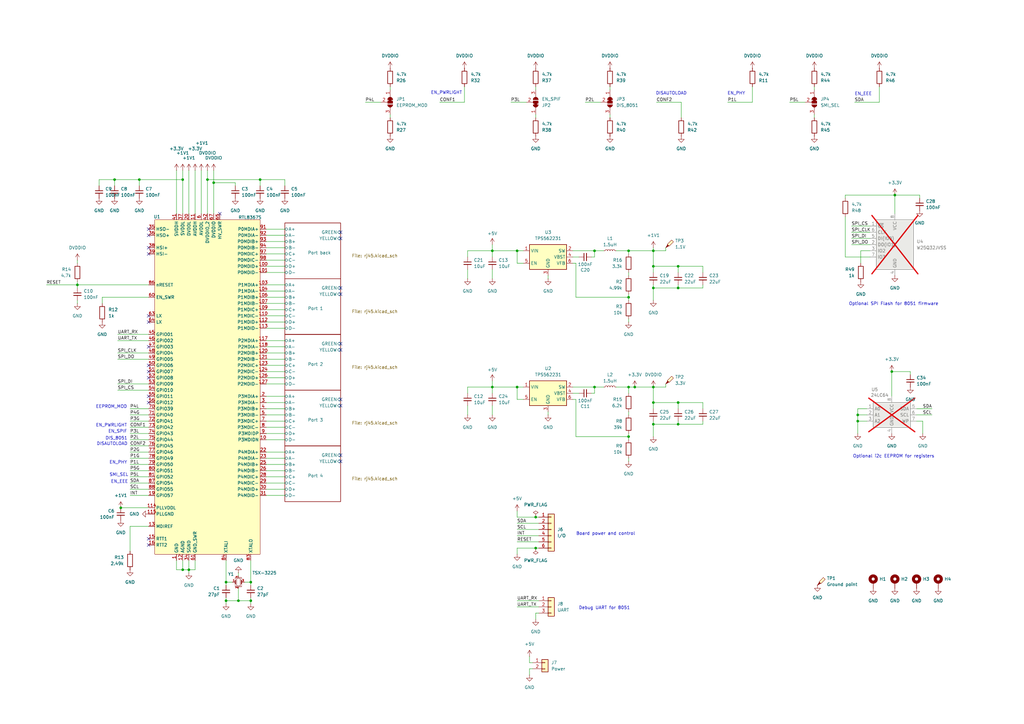
<source format=kicad_sch>
(kicad_sch (version 20231120) (generator "eeschema") (generator_version "8.0")
  (paper "A3")
  (title_block (title "5 Port gigabit switch") (rev "B") (comment 1 "MCU or Linux controllable over SMI"))
  (junction (at 367.03 80.01))
  (junction (at 85.09 73.66))
  (junction (at 278.13 173.99))
  (junction (at 212.09 158.75))
  (junction (at 257.81 158.75))
  (junction (at 201.93 102.87))
  (junction (at 92.71 246.38))
  (junction (at 267.97 102.87))
  (junction (at 267.97 173.99))
  (junction (at 219.71 212.09))
  (junction (at 46.99 73.66))
  (junction (at 74.93 233.68))
  (junction (at 87.63 74.93))
  (junction (at 351.79 172.72))
  (junction (at 77.47 233.68))
  (junction (at 102.87 246.38))
  (junction (at 102.87 238.76))
  (junction (at 260.35 158.75))
  (junction (at 267.97 165.1))
  (junction (at 365.76 152.4))
  (junction (at 257.81 179.07))
  (junction (at 267.97 158.75))
  (junction (at 243.84 158.75))
  (junction (at 97.79 246.38))
  (junction (at 278.13 165.1))
  (junction (at 219.71 224.79))
  (junction (at 57.15 73.66))
  (junction (at 74.93 73.66))
  (junction (at 257.81 102.87))
  (junction (at 257.81 121.92))
  (junction (at 212.09 102.87))
  (junction (at 92.71 238.76))
  (junction (at 31.75 116.84))
  (junction (at 278.13 109.22))
  (junction (at 267.97 109.22))
  (junction (at 267.97 118.11))
  (junction (at 351.79 170.18))
  (junction (at 49.53 208.28))
  (junction (at 106.68 73.66))
  (junction (at 243.84 102.87))
  (junction (at 278.13 118.11))
  (junction (at 201.93 158.75))
  (no_connect (at 139.7 163.83))
  (no_connect (at 139.7 189.23))
  (no_connect (at 139.7 118.11))
  (no_connect (at 139.7 97.79))
  (no_connect (at 60.96 162.56))
  (no_connect (at 60.96 154.94))
  (no_connect (at 139.7 143.51))
  (no_connect (at 139.7 140.97))
  (no_connect (at 60.96 101.6))
  (no_connect (at 139.7 166.37))
  (no_connect (at 60.96 152.4))
  (no_connect (at 60.96 223.52))
  (no_connect (at 60.96 129.54))
  (no_connect (at 139.7 95.25))
  (no_connect (at 60.96 104.14))
  (no_connect (at 60.96 142.24))
  (no_connect (at 60.96 96.52))
  (no_connect (at 60.96 149.86))
  (no_connect (at 60.96 165.1))
  (no_connect (at 60.96 220.98))
  (no_connect (at 139.7 186.69))
  (no_connect (at 60.96 132.08))
  (no_connect (at 139.7 120.65))
  (no_connect (at 90.17 87.63))
  (no_connect (at 60.96 93.98))
  (wire (pts (xy 109.22 190.5) (xy 116.84 190.5)))
  (wire (pts (xy 212.09 224.79) (xy 212.09 227.33)))
  (wire (pts (xy 212.09 224.79) (xy 219.71 224.79)))
  (wire (pts (xy 102.87 238.76) (xy 102.87 240.03)))
  (wire (pts (xy 267.97 101.6) (xy 267.97 102.87)))
  (wire (pts (xy 97.79 234.95) (xy 97.79 236.22)))
  (wire (pts (xy 257.81 179.07) (xy 257.81 180.34)))
  (wire (pts (xy 288.29 109.22) (xy 288.29 111.76)))
  (wire (pts (xy 31.75 115.57) (xy 31.75 116.84)))
  (wire (pts (xy 53.34 180.34) (xy 60.96 180.34)))
  (wire (pts (xy 109.22 203.2) (xy 116.84 203.2)))
  (wire (pts (xy 236.22 163.83) (xy 236.22 179.07)))
  (wire (pts (xy 109.22 152.4) (xy 116.84 152.4)))
  (wire (pts (xy 234.95 158.75) (xy 243.84 158.75)))
  (wire (pts (xy 234.95 102.87) (xy 243.84 102.87)))
  (wire (pts (xy 212.09 107.95) (xy 214.63 107.95)))
  (wire (pts (xy 201.93 102.87) (xy 212.09 102.87)))
  (wire (pts (xy 109.22 132.08) (xy 116.84 132.08)))
  (wire (pts (xy 273.05 101.6) (xy 273.05 102.87)))
  (wire (pts (xy 257.81 120.65) (xy 257.81 121.92)))
  (wire (pts (xy 267.97 123.19) (xy 267.97 118.11)))
  (wire (pts (xy 109.22 121.92) (xy 116.84 121.92)))
  (wire (pts (xy 201.93 102.87) (xy 201.93 105.41)))
  (wire (pts (xy 212.09 214.63) (xy 220.98 214.63)))
  (wire (pts (xy 109.22 177.8) (xy 116.84 177.8)))
  (wire (pts (xy 53.34 203.2) (xy 60.96 203.2)))
  (wire (pts (xy 365.76 152.4) (xy 373.38 152.4)))
  (wire (pts (xy 267.97 158.75) (xy 267.97 165.1)))
  (wire (pts (xy 87.63 69.85) (xy 87.63 74.93)))
  (wire (pts (xy 109.22 124.46) (xy 116.84 124.46)))
  (wire (pts (xy 351.79 167.64) (xy 351.79 170.18)))
  (wire (pts (xy 53.34 193.04) (xy 60.96 193.04)))
  (wire (pts (xy 267.97 173.99) (xy 267.97 172.72)))
  (wire (pts (xy 53.34 198.12) (xy 60.96 198.12)))
  (wire (pts (xy 53.34 177.8) (xy 60.96 177.8)))
  (wire (pts (xy 109.22 101.6) (xy 116.84 101.6)))
  (wire (pts (xy 106.68 73.66) (xy 116.84 73.66)))
  (wire (pts (xy 74.93 229.87) (xy 74.93 233.68)))
  (wire (pts (xy 77.47 229.87) (xy 77.47 233.68)))
  (wire (pts (xy 57.15 73.66) (xy 57.15 76.2)))
  (wire (pts (xy 257.81 132.08) (xy 257.81 130.81)))
  (wire (pts (xy 180.34 41.91) (xy 190.5 41.91)))
  (wire (pts (xy 31.75 116.84) (xy 60.96 116.84)))
  (wire (pts (xy 212.09 217.17) (xy 220.98 217.17)))
  (wire (pts (xy 160.02 35.56) (xy 160.02 36.83)))
  (wire (pts (xy 40.64 73.66) (xy 46.99 73.66)))
  (wire (pts (xy 257.81 102.87) (xy 257.81 104.14)))
  (wire (pts (xy 257.81 189.23) (xy 257.81 187.96)))
  (wire (pts (xy 97.79 246.38) (xy 102.87 246.38)))
  (wire (pts (xy 74.93 233.68) (xy 77.47 233.68)))
  (wire (pts (xy 77.47 69.85) (xy 77.47 87.63)))
  (wire (pts (xy 219.71 251.46) (xy 220.98 251.46)))
  (wire (pts (xy 109.22 106.68) (xy 116.84 106.68)))
  (wire (pts (xy 102.87 246.38) (xy 102.87 245.11)))
  (wire (pts (xy 109.22 119.38) (xy 116.84 119.38)))
  (wire (pts (xy 367.03 80.01) (xy 367.03 87.63)))
  (wire (pts (xy 72.39 233.68) (xy 74.93 233.68)))
  (wire (pts (xy 191.77 158.75) (xy 201.93 158.75)))
  (wire (pts (xy 160.02 46.99) (xy 160.02 48.26)))
  (wire (pts (xy 102.87 229.87) (xy 102.87 238.76)))
  (wire (pts (xy 236.22 163.83) (xy 234.95 163.83)))
  (wire (pts (xy 209.55 41.91) (xy 215.9 41.91)))
  (wire (pts (xy 365.76 152.4) (xy 365.76 162.56)))
  (wire (pts (xy 212.09 209.55) (xy 212.09 212.09)))
  (wire (pts (xy 109.22 180.34) (xy 116.84 180.34)))
  (wire (pts (xy 109.22 198.12) (xy 116.84 198.12)))
  (wire (pts (xy 149.86 41.91) (xy 156.21 41.91)))
  (wire (pts (xy 97.79 241.3) (xy 97.79 246.38)))
  (wire (pts (xy 349.25 97.79) (xy 356.87 97.79)))
  (wire (pts (xy 278.13 173.99) (xy 288.29 173.99)))
  (wire (pts (xy 109.22 109.22) (xy 116.84 109.22)))
  (wire (pts (xy 77.47 233.68) (xy 80.01 233.68)))
  (wire (pts (xy 109.22 134.62) (xy 116.84 134.62)))
  (wire (pts (xy 53.34 182.88) (xy 60.96 182.88)))
  (wire (pts (xy 109.22 157.48) (xy 116.84 157.48)))
  (wire (pts (xy 308.61 35.56) (xy 308.61 41.91)))
  (wire (pts (xy 109.22 165.1) (xy 116.84 165.1)))
  (wire (pts (xy 109.22 154.94) (xy 116.84 154.94)))
  (wire (pts (xy 40.64 73.66) (xy 40.64 76.2)))
  (wire (pts (xy 257.81 102.87) (xy 267.97 102.87)))
  (wire (pts (xy 212.09 222.25) (xy 220.98 222.25)))
  (wire (pts (xy 74.93 69.85) (xy 74.93 73.66)))
  (wire (pts (xy 252.73 102.87) (xy 257.81 102.87)))
  (wire (pts (xy 109.22 111.76) (xy 116.84 111.76)))
  (wire (pts (xy 109.22 187.96) (xy 116.84 187.96)))
  (wire (pts (xy 212.09 163.83) (xy 214.63 163.83)))
  (wire (pts (xy 250.19 46.99) (xy 250.19 48.26)))
  (wire (pts (xy 243.84 102.87) (xy 243.84 105.41)))
  (wire (pts (xy 360.68 35.56) (xy 360.68 41.91)))
  (wire (pts (xy 109.22 104.14) (xy 116.84 104.14)))
  (wire (pts (xy 278.13 165.1) (xy 288.29 165.1)))
  (wire (pts (xy 278.13 118.11) (xy 288.29 118.11)))
  (wire (pts (xy 279.4 41.91) (xy 279.4 48.26)))
  (wire (pts (xy 53.34 187.96) (xy 60.96 187.96)))
  (wire (pts (xy 298.45 41.91) (xy 308.61 41.91)))
  (wire (pts (xy 19.05 116.84) (xy 31.75 116.84)))
  (wire (pts (xy 191.77 114.3) (xy 191.77 110.49)))
  (wire (pts (xy 109.22 162.56) (xy 116.84 162.56)))
  (wire (pts (xy 92.71 240.03) (xy 92.71 238.76)))
  (wire (pts (xy 267.97 179.07) (xy 267.97 173.99)))
  (wire (pts (xy 375.92 167.64) (xy 382.27 167.64)))
  (wire (pts (xy 77.47 233.68) (xy 77.47 234.95)))
  (wire (pts (xy 243.84 161.29) (xy 242.57 161.29)))
  (wire (pts (xy 217.17 276.86) (xy 217.17 274.32)))
  (wire (pts (xy 288.29 172.72) (xy 288.29 173.99)))
  (wire (pts (xy 243.84 105.41) (xy 242.57 105.41)))
  (wire (pts (xy 267.97 165.1) (xy 267.97 167.64)))
  (wire (pts (xy 201.93 158.75) (xy 212.09 158.75)))
  (wire (pts (xy 109.22 96.52) (xy 116.84 96.52)))
  (wire (pts (xy 109.22 170.18) (xy 116.84 170.18)))
  (wire (pts (xy 87.63 74.93) (xy 87.63 87.63)))
  (wire (pts (xy 257.81 177.8) (xy 257.81 179.07)))
  (wire (pts (xy 267.97 109.22) (xy 267.97 111.76)))
  (wire (pts (xy 82.55 69.85) (xy 82.55 87.63)))
  (wire (pts (xy 278.13 172.72) (xy 278.13 173.99)))
  (wire (pts (xy 224.79 170.18) (xy 224.79 168.91)))
  (wire (pts (xy 334.01 35.56) (xy 334.01 36.83)))
  (wire (pts (xy 41.91 121.92) (xy 41.91 124.46)))
  (wire (pts (xy 236.22 121.92) (xy 257.81 121.92)))
  (wire (pts (xy 219.71 46.99) (xy 219.71 48.26)))
  (wire (pts (xy 212.09 102.87) (xy 212.09 107.95)))
  (wire (pts (xy 53.34 215.9) (xy 60.96 215.9)))
  (wire (pts (xy 80.01 69.85) (xy 80.01 87.63)))
  (wire (pts (xy 247.65 102.87) (xy 243.84 102.87)))
  (wire (pts (xy 74.93 73.66) (xy 74.93 87.63)))
  (wire (pts (xy 109.22 167.64) (xy 116.84 167.64)))
  (wire (pts (xy 267.97 173.99) (xy 278.13 173.99)))
  (wire (pts (xy 351.79 170.18) (xy 351.79 172.72)))
  (wire (pts (xy 96.52 74.93) (xy 96.52 76.2)))
  (wire (pts (xy 109.22 139.7) (xy 116.84 139.7)))
  (wire (pts (xy 46.99 73.66) (xy 46.99 76.2)))
  (wire (pts (xy 191.77 102.87) (xy 191.77 105.41)))
  (wire (pts (xy 267.97 118.11) (xy 267.97 116.84)))
  (wire (pts (xy 351.79 172.72) (xy 355.6 172.72)))
  (wire (pts (xy 48.26 157.48) (xy 60.96 157.48)))
  (wire (pts (xy 109.22 147.32) (xy 116.84 147.32)))
  (wire (pts (xy 250.19 35.56) (xy 250.19 36.83)))
  (wire (pts (xy 109.22 116.84) (xy 116.84 116.84)))
  (wire (pts (xy 212.09 248.92) (xy 220.98 248.92)))
  (wire (pts (xy 190.5 35.56) (xy 190.5 41.91)))
  (wire (pts (xy 278.13 109.22) (xy 288.29 109.22)))
  (wire (pts (xy 219.71 212.09) (xy 220.98 212.09)))
  (wire (pts (xy 212.09 219.71) (xy 220.98 219.71)))
  (wire (pts (xy 87.63 74.93) (xy 96.52 74.93)))
  (wire (pts (xy 109.22 99.06) (xy 116.84 99.06)))
  (wire (pts (xy 109.22 142.24) (xy 116.84 142.24)))
  (wire (pts (xy 367.03 80.01) (xy 377.19 80.01)))
  (wire (pts (xy 236.22 179.07) (xy 257.81 179.07)))
  (wire (pts (xy 97.79 246.38) (xy 92.71 246.38)))
  (wire (pts (xy 346.71 88.9) (xy 346.71 105.41)))
  (wire (pts (xy 109.22 195.58) (xy 116.84 195.58)))
  (wire (pts (xy 218.44 271.78) (xy 217.17 271.78)))
  (wire (pts (xy 349.25 100.33) (xy 356.87 100.33)))
  (wire (pts (xy 106.68 73.66) (xy 106.68 76.2)))
  (wire (pts (xy 278.13 116.84) (xy 278.13 118.11)))
  (wire (pts (xy 377.19 80.01) (xy 377.19 81.28)))
  (wire (pts (xy 48.26 160.02) (xy 60.96 160.02)))
  (wire (pts (xy 257.81 158.75) (xy 257.81 161.29)))
  (wire (pts (xy 191.77 102.87) (xy 201.93 102.87)))
  (wire (pts (xy 267.97 158.75) (xy 273.05 158.75)))
  (wire (pts (xy 85.09 69.85) (xy 85.09 73.66)))
  (wire (pts (xy 236.22 121.92) (xy 236.22 107.95)))
  (wire (pts (xy 373.38 152.4) (xy 373.38 153.67)))
  (wire (pts (xy 269.24 41.91) (xy 279.4 41.91)))
  (wire (pts (xy 72.39 69.85) (xy 72.39 87.63)))
  (wire (pts (xy 109.22 185.42) (xy 116.84 185.42)))
  (wire (pts (xy 257.81 158.75) (xy 260.35 158.75)))
  (wire (pts (xy 217.17 274.32) (xy 218.44 274.32)))
  (wire (pts (xy 201.93 156.21) (xy 201.93 158.75)))
  (wire (pts (xy 219.71 35.56) (xy 219.71 36.83)))
  (wire (pts (xy 375.92 170.18) (xy 382.27 170.18)))
  (wire (pts (xy 109.22 93.98) (xy 116.84 93.98)))
  (wire (pts (xy 100.33 238.76) (xy 102.87 238.76)))
  (wire (pts (xy 346.71 80.01) (xy 346.71 81.28)))
  (wire (pts (xy 267.97 109.22) (xy 278.13 109.22)))
  (wire (pts (xy 257.81 111.76) (xy 257.81 113.03)))
  (wire (pts (xy 109.22 129.54) (xy 116.84 129.54)))
  (wire (pts (xy 92.71 229.87) (xy 92.71 238.76)))
  (wire (pts (xy 53.34 170.18) (xy 60.96 170.18)))
  (wire (pts (xy 224.79 114.3) (xy 224.79 113.03)))
  (wire (pts (xy 378.46 172.72) (xy 378.46 177.8)))
  (wire (pts (xy 267.97 165.1) (xy 278.13 165.1)))
  (wire (pts (xy 109.22 193.04) (xy 116.84 193.04)))
  (wire (pts (xy 243.84 158.75) (xy 243.84 161.29)))
  (wire (pts (xy 48.26 144.78) (xy 60.96 144.78)))
  (wire (pts (xy 351.79 172.72) (xy 351.79 177.8)))
  (wire (pts (xy 201.93 166.37) (xy 201.93 170.18)))
  (wire (pts (xy 41.91 121.92) (xy 60.96 121.92)))
  (wire (pts (xy 31.75 124.46) (xy 31.75 123.19)))
  (wire (pts (xy 191.77 170.18) (xy 191.77 166.37)))
  (wire (pts (xy 351.79 167.64) (xy 355.6 167.64)))
  (wire (pts (xy 92.71 247.65) (xy 92.71 246.38)))
  (wire (pts (xy 31.75 116.84) (xy 31.75 118.11)))
  (wire (pts (xy 323.85 41.91) (xy 330.2 41.91)))
  (wire (pts (xy 53.34 185.42) (xy 60.96 185.42)))
  (wire (pts (xy 267.97 102.87) (xy 267.97 109.22)))
  (wire (pts (xy 85.09 73.66) (xy 85.09 87.63)))
  (wire (pts (xy 273.05 157.48) (xy 273.05 158.75)))
  (wire (pts (xy 346.71 80.01) (xy 367.03 80.01)))
  (wire (pts (xy 288.29 165.1) (xy 288.29 167.64)))
  (wire (pts (xy 234.95 105.41) (xy 237.49 105.41)))
  (wire (pts (xy 349.25 95.25) (xy 356.87 95.25)))
  (wire (pts (xy 57.15 73.66) (xy 74.93 73.66)))
  (wire (pts (xy 109.22 127) (xy 116.84 127)))
  (wire (pts (xy 109.22 200.66) (xy 116.84 200.66)))
  (wire (pts (xy 240.03 41.91) (xy 246.38 41.91)))
  (wire (pts (xy 234.95 161.29) (xy 237.49 161.29)))
  (wire (pts (xy 53.34 190.5) (xy 60.96 190.5)))
  (wire (pts (xy 48.26 139.7) (xy 60.96 139.7)))
  (wire (pts (xy 109.22 172.72) (xy 116.84 172.72)))
  (wire (pts (xy 102.87 247.65) (xy 102.87 246.38)))
  (wire (pts (xy 252.73 158.75) (xy 257.81 158.75)))
  (wire (pts (xy 48.26 147.32) (xy 60.96 147.32)))
  (wire (pts (xy 278.13 109.22) (xy 278.13 111.76)))
  (wire (pts (xy 353.06 102.87) (xy 356.87 102.87)))
  (wire (pts (xy 109.22 144.78) (xy 116.84 144.78)))
  (wire (pts (xy 31.75 106.68) (xy 31.75 107.95)))
  (wire (pts (xy 80.01 233.68) (xy 80.01 229.87)))
  (wire (pts (xy 53.34 195.58) (xy 60.96 195.58)))
  (wire (pts (xy 109.22 175.26) (xy 116.84 175.26)))
  (wire (pts (xy 85.09 73.66) (xy 106.68 73.66)))
  (wire (pts (xy 72.39 229.87) (xy 72.39 233.68)))
  (wire (pts (xy 48.26 137.16) (xy 60.96 137.16)))
  (wire (pts (xy 92.71 238.76) (xy 95.25 238.76)))
  (wire (pts (xy 46.99 73.66) (xy 57.15 73.66)))
  (wire (pts (xy 201.93 100.33) (xy 201.93 102.87)))
  (wire (pts (xy 116.84 73.66) (xy 116.84 76.2)))
  (wire (pts (xy 350.52 41.91) (xy 360.68 41.91)))
  (wire (pts (xy 109.22 149.86) (xy 116.84 149.86)))
  (wire (pts (xy 212.09 246.38) (xy 220.98 246.38)))
  (wire (pts (xy 353.06 102.87) (xy 353.06 107.95)))
  (wire (pts (xy 53.34 172.72) (xy 60.96 172.72)))
  (wire (pts (xy 212.09 102.87) (xy 214.63 102.87)))
  (wire (pts (xy 260.35 158.75) (xy 267.97 158.75)))
  (wire (pts (xy 53.34 175.26) (xy 60.96 175.26)))
  (wire (pts (xy 267.97 118.11) (xy 278.13 118.11)))
  (wire (pts (xy 257.81 121.92) (xy 257.81 123.19)))
  (wire (pts (xy 375.92 172.72) (xy 378.46 172.72)))
  (wire (pts (xy 49.53 208.28) (xy 60.96 208.28)))
  (wire (pts (xy 247.65 158.75) (xy 243.84 158.75)))
  (wire (pts (xy 212.09 212.09) (xy 219.71 212.09)))
  (wire (pts (xy 219.71 251.46) (xy 219.71 254)))
  (wire (pts (xy 53.34 167.64) (xy 60.96 167.64)))
  (wire (pts (xy 191.77 158.75) (xy 191.77 161.29)))
  (wire (pts (xy 236.22 107.95) (xy 234.95 107.95)))
  (wire (pts (xy 288.29 116.84) (xy 288.29 118.11)))
  (wire (pts (xy 349.25 92.71) (xy 356.87 92.71)))
  (wire (pts (xy 219.71 224.79) (xy 220.98 224.79)))
  (wire (pts (xy 278.13 165.1) (xy 278.13 167.64)))
  (wire (pts (xy 92.71 246.38) (xy 92.71 245.11)))
  (wire (pts (xy 212.09 158.75) (xy 212.09 163.83)))
  (wire (pts (xy 351.79 170.18) (xy 355.6 170.18)))
  (wire (pts (xy 201.93 110.49) (xy 201.93 114.3)))
  (wire (pts (xy 53.34 215.9) (xy 53.34 226.06)))
  (wire (pts (xy 334.01 46.99) (xy 334.01 48.26)))
  (wire (pts (xy 53.34 200.66) (xy 60.96 200.66)))
  (wire (pts (xy 267.97 102.87) (xy 273.05 102.87)))
  (wire (pts (xy 346.71 105.41) (xy 356.87 105.41)))
  (wire (pts (xy 212.09 158.75) (xy 214.63 158.75)))
  (wire (pts (xy 217.17 269.24) (xy 217.17 271.78)))
  (wire (pts (xy 201.93 158.75) (xy 201.93 161.29)))
  (wire (pts (xy 257.81 168.91) (xy 257.81 170.18)))
  (text "EN_EEE" (at 49.022 197.612 0) (effects (font (size 1.27 1.27))))
  (text "Board power and control" (at 248.412 218.948 0) (effects (font (size 1.27 1.27))))
  (text "EN_PWRLIGHT" (at 45.72 174.498 0) (effects (font (size 1.27 1.27))))
  (text "EN_PWRLIGHT" (at 183.134 38.1 0) (effects (font (size 1.27 1.27))))
  (text "Optional i2c EEPROM for registers" (at 366.522 187.198 0) (effects (font (size 1.27 1.27))))
  (text "EN_EEE" (at 354.076 38.608 0) (effects (font (size 1.27 1.27))))
  (text "DISAUTOLOAD" (at 275.336 38.354 0) (effects (font (size 1.27 1.27))))
  (text "SMI_SEL" (at 48.768 194.818 0) (effects (font (size 1.27 1.27))))
  (text "EN_PHY" (at 48.514 189.738 0) (effects (font (size 1.27 1.27))))
  (text "EN_SPIF" (at 48.26 177.038 0) (effects (font (size 1.27 1.27))))
  (text "Debug UART for 8051" (at 247.904 249.428 0) (effects (font (size 1.27 1.27))))
  (text "Optional SPI Flash for 8051 firmware" (at 366.522 124.714 0) (effects (font (size 1.27 1.27))))
  (text "DISAUTOLOAD" (at 45.974 182.118 0) (effects (font (size 1.27 1.27))))
  (text "EEPROM_MOD" (at 45.72 166.878 0) (effects (font (size 1.27 1.27))))
  (text "EN_PHY" (at 302.006 38.354 0) (effects (font (size 1.27 1.27))))
  (text "DIS_8051" (at 47.752 179.832 0) (effects (font (size 1.27 1.27))))
  (label "P2L" (at 240.03 41.91 0))
  (label "UART_TX" (at 48.26 139.7 0))
  (label "SPI_DI" (at 48.26 157.48 0))
  (label "P1G" (at 53.34 187.96 0))
  (label "P4L" (at 149.86 41.91 0))
  (label "UART_RX" (at 212.09 246.38 0))
  (label "SCL" (at 212.09 217.17 0))
  (label "SPI_CLK" (at 48.26 144.78 0))
  (label "P4G" (at 53.34 170.18 0))
  (label "CONF1" (at 53.34 175.26 0))
  (label "UART_TX" (at 212.09 248.92 0))
  (label "INT" (at 53.34 203.2 0))
  (label "P3L" (at 53.34 177.8 0))
  (label "P4L" (at 53.34 167.64 0))
  (label "INT" (at 212.09 219.71 0))
  (label "CONF2" (at 269.24 41.91 0))
  (label "SDA" (at 350.52 41.91 0))
  (label "SPI_DO" (at 48.26 147.32 0))
  (label "SDA" (at 53.34 198.12 0))
  (label "P2L" (at 53.34 180.34 0))
  (label "SPI_CS" (at 349.25 92.71 0))
  (label "P3L" (at 209.55 41.91 0))
  (label "SPI_DI" (at 349.25 97.79 0))
  (label "SDA" (at 378.46 167.64 0))
  (label "P5L" (at 53.34 195.58 0))
  (label "P1L" (at 53.34 190.5 0))
  (label "SPI_CLK" (at 349.25 95.25 0))
  (label "P5L" (at 323.85 41.91 0))
  (label "P1L" (at 298.45 41.91 0))
  (label "P5G" (at 53.34 193.04 0))
  (label "P2G" (at 53.34 185.42 0))
  (label "RESET" (at 212.09 222.25 0))
  (label "SDA" (at 212.09 214.63 0))
  (label "SCL" (at 378.46 170.18 0))
  (label "P3G" (at 53.34 172.72 0))
  (label "SPI_DO" (at 349.25 100.33 0))
  (label "SCL" (at 53.34 200.66 0))
  (label "SPI_CS" (at 48.26 160.02 0))
  (label "CONF1" (at 180.34 41.91 0))
  (label "CONF2" (at 53.34 182.88 0))
  (label "UART_RX" (at 48.26 137.16 0))
  (label "RESET" (at 19.05 116.84 0))
  (symbol (lib_id "Device:R") (at 160.02 31.75 0) (mirror x) (unit 1)
    (property "Reference" "R26" (at 162.56 33.0201 0) (effects (justify left)))
    (property "Value" "4.7k" (at 162.56 30.4801 0) (effects (justify left)))
    (property "Footprint" "Resistor_SMD:R_0603_1608Metric" (effects (hide yes)))
    (property "Description" "Resistor" (effects (hide yes)))
    (property "LCSC" "C23162" (effects (hide yes)))
  )
  (symbol (lib_id "power:+3.3V") (at 260.35 158.75 0) (unit 1)
    (property "Reference" "#PWR062" (effects (hide yes)))
    (property "Value" "+3.3V" (at 260.35 153.67 0))
    (property "Description" "Power symbol creates a global label with name \"+3.3V\"" (effects (hide yes)))
  )
  (symbol (lib_id "power:VBUS") (at 85.09 69.85 0) (unit 1)
    (property "Reference" "#PWR033" (effects (hide yes)))
    (property "Value" "DVDDIO" (at 85.09 62.738 0))
    (property "Description" "Power symbol creates a global label with name \"VBUS\"" (effects (hide yes)))
  )
  (symbol (lib_id "Device:L_Small") (at 250.19 158.75 90) (unit 1)
    (property "Reference" "L2" (at 250.19 153.67 90))
    (property "Value" "1.5uH" (at 250.19 156.21 90))
    (property "Footprint" "Inductor_SMD:L_Taiyo-Yuden_MD-5050" (effects (hide yes)))
    (property "Description" "Inductor, small symbol" (effects (hide yes)))
    (property "LCSC" "C702825" (effects (hide yes)))
  )
  (symbol (lib_id "power:GND") (at 212.09 227.33 0) (unit 1)
    (property "Reference" "#PWR052" (effects (hide yes)))
    (property "Value" "GND" (at 212.09 232.41 0))
    (property "Description" "Power symbol creates a global label with name \"GND\" , ground" (effects (hide yes)))
  )
  (symbol (lib_id "power:VBUS") (at 334.01 27.94 0) (unit 1)
    (property "Reference" "#PWR074" (effects (hide yes)))
    (property "Value" "DVDDIO" (at 334.01 22.86 0))
    (property "Description" "Power symbol creates a global label with name \"VBUS\"" (effects (hide yes)))
  )
  (symbol (lib_id "power:GND") (at 60.96 210.82 270) (unit 1)
    (property "Reference" "#PWR041" (effects (hide yes)))
    (property "Value" "GND" (at 57.15 210.8199 90) (effects (justify right)))
    (property "Description" "Power symbol creates a global label with name \"GND\" , ground" (effects (hide yes)))
  )
  (symbol (lib_id "Device:C_Small") (at 377.19 83.82 0) (unit 1)
    (property "Reference" "C28" (at 379.73 82.5562 0) (effects (justify left)))
    (property "Value" "100nF" (at 379.73 85.0962 0) (effects (justify left)))
    (property "Footprint" "Capacitor_SMD:C_0603_1608Metric" (effects (hide yes)))
    (property "Description" "Unpolarized capacitor, small symbol" (effects (hide yes)))
    (property "LCSC" "C14663" (effects (hide yes)))
  )
  (symbol (lib_id "power:GND") (at 334.01 55.88 0) (unit 1)
    (property "Reference" "#PWR075" (effects (hide yes)))
    (property "Value" "GND" (at 334.01 60.96 0))
    (property "Description" "Power symbol creates a global label with name \"GND\" , ground" (effects (hide yes)))
  )
  (symbol (lib_id "power:GND") (at 41.91 132.08 0) (unit 1)
    (property "Reference" "#PWR048" (effects (hide yes)))
    (property "Value" "GND" (at 41.91 137.16 0))
    (property "Description" "Power symbol creates a global label with name \"GND\" , ground" (effects (hide yes)))
  )
  (symbol (lib_id "power:GND") (at 116.84 81.28 0) (unit 1)
    (property "Reference" "#PWR035" (effects (hide yes)))
    (property "Value" "GND" (at 116.84 86.36 0))
    (property "Description" "Power symbol creates a global label with name \"GND\" , ground" (effects (hide yes)))
  )
  (symbol (lib_id "Device:C_Small") (at 57.15 78.74 0) (unit 1)
    (property "Reference" "C7" (at 59.69 77.4762 0) (effects (justify left)))
    (property "Value" "100nF" (at 59.69 80.0162 0) (effects (justify left)))
    (property "Footprint" "Capacitor_SMD:C_0603_1608Metric" (effects (hide yes)))
    (property "Description" "Unpolarized capacitor, small symbol" (effects (hide yes)))
    (property "LCSC" "C14663" (effects (hide yes)))
  )
  (symbol (lib_id "Connector:TestPoint_Probe") (at 273.05 157.48 0) (unit 1)
    (property "Reference" "TP2" (at 276.86 154.6224 0) (effects (justify left)))
    (property "Value" "3.3V" (at 276.86 157.1624 0) (effects (justify left)))
    (property "Footprint" "TestPoint:TestPoint_THTPad_2.0x2.0mm_Drill1.0mm" (effects (hide yes)))
    (property "Description" "test point (alternative probe-style design)" (effects (hide yes)))
  )
  (symbol (lib_id "power:+1V1") (at 49.53 208.28 0) (unit 1)
    (property "Reference" "#PWR042" (effects (hide yes)))
    (property "Value" "+1V1" (at 49.53 203.2 0))
    (property "Description" "Power symbol creates a global label with name \"+1V1\"" (effects (hide yes)))
  )
  (symbol (lib_id "power:+5V") (at 201.93 156.21 0) (unit 1)
    (property "Reference" "#PWR027" (effects (hide yes)))
    (property "Value" "+5V" (at 201.93 151.638 0))
    (property "Description" "Power symbol creates a global label with name \"+5V\"" (effects (hide yes)))
  )
  (symbol (lib_id "Device:R") (at 279.4 52.07 0) (mirror x) (unit 1)
    (property "Reference" "R42" (at 281.94 53.3401 0) (effects (justify left)))
    (property "Value" "4.7k" (at 281.94 50.8001 0) (effects (justify left)))
    (property "Footprint" "Resistor_SMD:R_0603_1608Metric" (effects (hide yes)))
    (property "Description" "Resistor" (effects (hide yes)))
    (property "LCSC" "C23162" (effects (hide yes)))
  )
  (symbol (lib_id "Device:C_Small") (at 191.77 163.83 0) (unit 1)
    (property "Reference" "C12" (at 194.31 162.5662 0) (effects (justify left)))
    (property "Value" "10uF" (at 194.31 165.1062 0) (effects (justify left)))
    (property "Footprint" "Capacitor_SMD:C_0603_1608Metric_Pad1.08x0.95mm_HandSolder" (effects (hide yes)))
    (property "Description" "Unpolarized capacitor, small symbol" (effects (hide yes)))
    (property "MPN" "885012206126" (effects (hide yes)))
    (property "LCSC" "C96446" (effects (hide yes)))
  )
  (symbol (lib_id "Mechanical:MountingHole_Pad") (at 358.14 238.76 0) (unit 1) (exclude_from_sim yes) (in_bom no)
    (property "Reference" "H1" (at 360.68 237.4899 0) (effects (justify left)))
    (property "Value" "MountingHole_Pad" (effects (hide yes)))
    (property "Footprint" "MountingHole:MountingHole_3.2mm_M3_Pad_Via" (effects (hide yes)))
    (property "Description" "Mounting Hole with connection" (effects (hide yes)))
  )
  (symbol (lib_id "Device:C_Small") (at 31.75 120.65 0) (unit 1)
    (property "Reference" "C10" (at 34.29 119.3862 0) (effects (justify left)))
    (property "Value" "100nF" (at 34.29 121.9262 0) (effects (justify left)))
    (property "Footprint" "Capacitor_SMD:C_0603_1608Metric" (effects (hide yes)))
    (property "Description" "Unpolarized capacitor, small symbol" (effects (hide yes)))
    (property "LCSC" "C14663" (effects (hide yes)))
  )
  (symbol (lib_id "Device:R") (at 257.81 107.95 0) (mirror y) (unit 1)
    (property "Reference" "R16" (at 255.27 106.6799 0) (effects (justify left)))
    (property "Value" "3.3k" (at 255.27 109.2199 0) (effects (justify left)))
    (property "Footprint" "Resistor_SMD:R_0603_1608Metric" (effects (hide yes)))
    (property "Description" "Resistor" (effects (hide yes)))
    (property "LCSC" "C22978" (effects (hide yes)))
  )
  (symbol (lib_id "power:GND") (at 191.77 170.18 0) (unit 1)
    (property "Reference" "#PWR054" (effects (hide yes)))
    (property "Value" "GND" (at 191.77 175.26 0))
    (property "Description" "Power symbol creates a global label with name \"GND\" , ground" (effects (hide yes)))
  )
  (symbol (lib_id "power:GND") (at 224.79 114.3 0) (unit 1)
    (property "Reference" "#PWR015" (effects (hide yes)))
    (property "Value" "GND" (at 224.79 119.38 0))
    (property "Description" "Power symbol creates a global label with name \"GND\" , ground" (effects (hide yes)))
  )
  (symbol (lib_id "power:GND") (at 53.34 233.68 0) (unit 1)
    (property "Reference" "#PWR049" (effects (hide yes)))
    (property "Value" "GND" (at 53.34 238.76 0))
    (property "Description" "Power symbol creates a global label with name \"GND\" , ground" (effects (hide yes)))
  )
  (symbol (lib_id "Jumper:SolderJumper_3_Bridged12") (at 160.02 41.91 270) (unit 1) (exclude_from_sim yes) (in_bom no)
    (property "Reference" "JP1" (at 162.56 40.6399 90) (effects (justify left)))
    (property "Value" "EEPROM_MOD" (at 162.56 43.1799 90) (effects (justify left)))
    (property "Footprint" "Jumper:SolderJumper-3_P1.3mm_Bridged12_RoundedPad1.0x1.5mm" (effects (hide yes)))
    (property "Description" "3-pole Solder Jumper, pins 1+2 closed/bridged" (effects (hide yes)))
  )
  (symbol (lib_id "Device:R") (at 53.34 229.87 0) (mirror y) (unit 1)
    (property "Reference" "R13" (at 50.8 228.5999 0) (effects (justify left)))
    (property "Value" "2.49k" (at 50.8 231.1399 0) (effects (justify left)))
    (property "Footprint" "Resistor_SMD:R_0402_1005Metric" (effects (hide yes)))
    (property "Description" "Resistor" (effects (hide yes)))
    (property "LCSC" "C145071" (effects (hide yes)))
  )
  (symbol (lib_id "power:+1V1") (at 74.93 69.85 0) (unit 1)
    (property "Reference" "#PWR038" (effects (hide yes)))
    (property "Value" "+1V1" (at 74.93 62.738 0))
    (property "Description" "Power symbol creates a global label with name \"+1V1\"" (effects (hide yes)))
  )
  (symbol (lib_id "power:GND") (at 102.87 247.65 0) (unit 1)
    (property "Reference" "#PWR03" (effects (hide yes)))
    (property "Value" "GND" (at 102.87 252.73 0))
    (property "Description" "Power symbol creates a global label with name \"GND\" , ground" (effects (hide yes)))
  )
  (symbol (lib_id "Device:R") (at 257.81 116.84 0) (mirror y) (unit 1)
    (property "Reference" "R2" (at 255.27 115.5699 0) (effects (justify left)))
    (property "Value" "4.99k" (at 255.27 118.1099 0) (effects (justify left)))
    (property "Footprint" "Resistor_SMD:R_0603_1608Metric" (effects (hide yes)))
    (property "Description" "Resistor" (effects (hide yes)))
    (property "LCSC" "C23046" (effects (hide yes)))
  )
  (symbol (lib_id "Device:R") (at 334.01 31.75 0) (mirror x) (unit 1)
    (property "Reference" "R44" (at 336.55 33.0201 0) (effects (justify left)))
    (property "Value" "4.7k" (at 336.55 30.4801 0) (effects (justify left)))
    (property "Footprint" "Resistor_SMD:R_0603_1608Metric" (effects (hide yes)))
    (property "Description" "Resistor" (effects (hide yes)))
    (property "LCSC" "C23162" (effects (hide yes)))
  )
  (symbol (lib_id "Mechanical:MountingHole_Pad") (at 384.81 238.76 0) (unit 1) (exclude_from_sim yes) (in_bom no)
    (property "Reference" "H4" (at 387.35 237.4899 0) (effects (justify left)))
    (property "Value" "MountingHole_Pad" (effects (hide yes)))
    (property "Footprint" "MountingHole:MountingHole_3.2mm_M3_Pad_Via" (effects (hide yes)))
    (property "Description" "Mounting Hole with connection" (effects (hide yes)))
  )
  (symbol (lib_id "Device:R") (at 346.71 85.09 0) (mirror x) (unit 1)
    (property "Reference" "R48" (at 349.25 86.3601 0) (effects (justify left)))
    (property "Value" "4.7k" (at 349.25 83.8201 0) (effects (justify left)))
    (property "Footprint" "Resistor_SMD:R_0603_1608Metric" (effects (hide yes)))
    (property "Description" "Resistor" (effects (hide yes)))
    (property "LCSC" "C23162" (effects (hide yes)))
  )
  (symbol (lib_id "Library:RTL8367S") (at 63.5 88.9 0) (unit 1)
    (property "Reference" "U1" (at 62.992 88.9 0) (effects (justify left)))
    (property "Value" "RTL8367S" (at 97.79 89.154 0) (effects (justify left)))
    (property "Footprint" "Package_QFP:LQFP-128_14x14mm_P0.4mm" (effects (hide yes)))
    (property "Datasheet" "https://www.lcsc.com/datasheet/lcsc_datasheet_2103121437_Realtek-Semicon-RTL8367S-CG_C2760849.pdf" (effects (hide yes)))
    (property "LCSC" "C2760849" (effects (hide yes)))
  )
  (symbol (lib_id "Connector_Generic:Conn_01x06") (at 226.06 217.17 0) (unit 1)
    (property "Reference" "J6" (at 228.6 217.1699 0) (effects (justify left)))
    (property "Value" "I/O" (at 228.6 219.7099 0) (effects (justify left)))
    (property "Footprint" "Library:mta100_01x6_P2.54_647050-6" (effects (hide yes)))
    (property "Description" "Generic connector, single row, 01x06, script generated (kicad-library-utils/schlib/autogen/connector/)" (effects (hide yes)))
  )
  (symbol (lib_id "power:GND") (at 201.93 170.18 0) (unit 1)
    (property "Reference" "#PWR055" (effects (hide yes)))
    (property "Value" "GND" (at 201.93 175.26 0))
    (property "Description" "Power symbol creates a global label with name \"GND\" , ground" (effects (hide yes)))
  )
  (symbol (lib_id "Regulator_Switching:TPS562206") (at 224.79 161.29 0) (unit 1)
    (property "Reference" "U2" (at 224.79 151.13 0))
    (property "Value" "TPS562231" (at 224.79 153.67 0))
    (property "Footprint" "Package_TO_SOT_SMD:SOT-563" (effects (hide yes)))
    (property "Datasheet" "https://www.ti.com/lit/ds/symlink/tps562231.pdf" (effects (hide yes)))
    (property "Description" "2A Synchronous Step-Down Voltage Regulator 600kHz, Adjustable Output Voltage, 4.5-17V Input Voltage, 0.6V-7V Output Voltage, SOT-563" (effects (hide yes)))
    (property "LCSC" "C2070899" (effects (hide yes)))
  )
  (symbol (lib_id "power:GND") (at 191.77 114.3 0) (unit 1)
    (property "Reference" "#PWR023" (effects (hide yes)))
    (property "Value" "GND" (at 191.77 119.38 0))
    (property "Description" "Power symbol creates a global label with name \"GND\" , ground" (effects (hide yes)))
  )
  (symbol (lib_id "power:GND") (at 40.64 81.28 0) (unit 1)
    (property "Reference" "#PWR046" (effects (hide yes)))
    (property "Value" "GND" (at 40.64 86.36 0))
    (property "Description" "Power symbol creates a global label with name \"GND\" , ground" (effects (hide yes)))
  )
  (symbol (lib_id "Device:C_Small") (at 201.93 163.83 0) (unit 1)
    (property "Reference" "C24" (at 204.47 162.5662 0) (effects (justify left)))
    (property "Value" "10uF" (at 204.47 165.1062 0) (effects (justify left)))
    (property "Footprint" "Capacitor_SMD:C_0603_1608Metric_Pad1.08x0.95mm_HandSolder" (effects (hide yes)))
    (property "Description" "Unpolarized capacitor, small symbol" (effects (hide yes)))
    (property "MPN" "885012206126" (effects (hide yes)))
    (property "LCSC" "C96446" (effects (hide yes)))
  )
  (symbol (lib_id "power:VBUS") (at 87.63 69.85 0) (unit 1)
    (property "Reference" "#PWR029" (effects (hide yes)))
    (property "Value" "DVDDIO" (at 87.63 64.77 0))
    (property "Description" "Power symbol creates a global label with name \"VBUS\"" (effects (hide yes)))
  )
  (symbol (lib_id "power:GND") (at 367.03 113.03 0) (unit 1)
    (property "Reference" "#PWR079" (effects (hide yes)))
    (property "Value" "GND" (at 367.03 118.11 0))
    (property "Description" "Power symbol creates a global label with name \"GND\" , ground" (effects (hide yes)))
  )
  (symbol (lib_id "power:GND") (at 106.68 81.28 0) (unit 1)
    (property "Reference" "#PWR034" (effects (hide yes)))
    (property "Value" "GND" (at 106.68 86.36 0))
    (property "Description" "Power symbol creates a global label with name \"GND\" , ground" (effects (hide yes)))
  )
  (symbol (lib_id "Device:R") (at 257.81 173.99 0) (mirror y) (unit 1)
    (property "Reference" "R8" (at 255.27 172.7199 0) (effects (justify left)))
    (property "Value" "39k" (at 255.27 175.2599 0) (effects (justify left)))
    (property "Footprint" "Resistor_SMD:R_0603_1608Metric" (effects (hide yes)))
    (property "Description" "Resistor" (effects (hide yes)))
    (property "LCSC" "C23153" (effects (hide yes)))
  )
  (symbol (lib_id "Device:L_Small") (at 250.19 102.87 90) (unit 1)
    (property "Reference" "L1" (at 250.19 97.79 90))
    (property "Value" "1.5uH" (at 250.19 100.33 90))
    (property "Footprint" "Inductor_SMD:L_Taiyo-Yuden_MD-5050" (effects (hide yes)))
    (property "Description" "Inductor, small symbol" (effects (hide yes)))
    (property "LCSC" "C702825" (effects (hide yes)))
  )
  (symbol (lib_id "power:+1V1") (at 77.47 69.85 0) (unit 1)
    (property "Reference" "#PWR036" (effects (hide yes)))
    (property "Value" "+1V1" (at 77.47 64.77 0))
    (property "Description" "Power symbol creates a global label with name \"+1V1\"" (effects (hide yes)))
  )
  (symbol (lib_id "power:GND") (at 365.76 177.8 0) (unit 1)
    (property "Reference" "#PWR024" (effects (hide yes)))
    (property "Value" "GND" (at 365.76 182.88 0))
    (property "Description" "Power symbol creates a global label with name \"GND\" , ground" (effects (hide yes)))
  )
  (symbol (lib_id "power:GND") (at 201.93 114.3 0) (unit 1)
    (property "Reference" "#PWR012" (effects (hide yes)))
    (property "Value" "GND" (at 201.93 119.38 0))
    (property "Description" "Power symbol creates a global label with name \"GND\" , ground" (effects (hide yes)))
  )
  (symbol (lib_id "power:GND") (at 57.15 81.28 0) (unit 1)
    (property "Reference" "#PWR044" (effects (hide yes)))
    (property "Value" "GND" (at 57.15 86.36 0))
    (property "Description" "Power symbol creates a global label with name \"GND\" , ground" (effects (hide yes)))
  )
  (symbol (lib_id "Device:R") (at 308.61 31.75 0) (mirror x) (unit 1)
    (property "Reference" "R11" (at 311.15 33.0201 0) (effects (justify left)))
    (property "Value" "4.7k" (at 311.15 30.4801 0) (effects (justify left)))
    (property "Footprint" "Resistor_SMD:R_0603_1608Metric" (effects (hide yes)))
    (property "Description" "Resistor" (effects (hide yes)))
    (property "LCSC" "C23162" (effects (hide yes)))
  )
  (symbol (lib_id "power:GND") (at 46.99 81.28 0) (unit 1)
    (property "Reference" "#PWR045" (effects (hide yes)))
    (property "Value" "GND" (at 46.99 86.36 0))
    (property "Description" "Power symbol creates a global label with name \"GND\" , ground" (effects (hide yes)))
  )
  (symbol (lib_id "power:GND") (at 219.71 55.88 0) (unit 1)
    (property "Reference" "#PWR068" (effects (hide yes)))
    (property "Value" "GND" (at 219.71 60.96 0))
    (property "Description" "Power symbol creates a global label with name \"GND\" , ground" (effects (hide yes)))
  )
  (symbol (lib_id "power:GND") (at 377.19 86.36 0) (unit 1)
    (property "Reference" "#PWR080" (effects (hide yes)))
    (property "Value" "GND" (at 377.19 91.44 0))
    (property "Description" "Power symbol creates a global label with name \"GND\" , ground" (effects (hide yes)))
  )
  (symbol (lib_id "power:VBUS") (at 190.5 27.94 0) (unit 1)
    (property "Reference" "#PWR065" (effects (hide yes)))
    (property "Value" "DVDDIO" (at 190.5 22.86 0))
    (property "Description" "Power symbol creates a global label with name \"VBUS\"" (effects (hide yes)))
  )
  (symbol (lib_id "power:GND") (at 257.81 132.08 0) (unit 1)
    (property "Reference" "#PWR021" (effects (hide yes)))
    (property "Value" "GND" (at 257.81 137.16 0))
    (property "Description" "Power symbol creates a global label with name \"GND\" , ground" (effects (hide yes)))
  )
  (symbol (lib_id "power:GND") (at 250.19 55.88 0) (unit 1)
    (property "Reference" "#PWR070" (effects (hide yes)))
    (property "Value" "GND" (at 250.19 60.96 0))
    (property "Description" "Power symbol creates a global label with name \"GND\" , ground" (effects (hide yes)))
  )
  (symbol (lib_id "Device:R") (at 360.68 31.75 0) (mirror x) (unit 1)
    (property "Reference" "R46" (at 363.22 33.0201 0) (effects (justify left)))
    (property "Value" "4.7k" (at 363.22 30.4801 0) (effects (justify left)))
    (property "Footprint" "Resistor_SMD:R_0603_1608Metric" (effects (hide yes)))
    (property "Description" "Resistor" (effects (hide yes)))
    (property "LCSC" "C23162" (effects (hide yes)))
  )
  (symbol (lib_id "Device:C_Small") (at 49.53 210.82 0) (mirror y) (unit 1)
    (property "Reference" "C6" (at 46.99 209.5562 0) (effects (justify left)))
    (property "Value" "100nF" (at 46.99 212.0962 0) (effects (justify left)))
    (property "Footprint" "Capacitor_SMD:C_0603_1608Metric" (effects (hide yes)))
    (property "Description" "Unpolarized capacitor, small symbol" (effects (hide yes)))
    (property "LCSC" "C14663" (effects (hide yes)))
  )
  (symbol (lib_id "Device:C_Small") (at 373.38 156.21 0) (unit 1)
    (property "Reference" "C34" (at 375.92 154.9462 0) (effects (justify left)))
    (property "Value" "100nF" (at 375.92 157.4862 0) (effects (justify left)))
    (property "Footprint" "Capacitor_SMD:C_0603_1608Metric" (effects (hide yes)))
    (property "Description" "Unpolarized capacitor, small symbol" (effects (hide yes)))
    (property "LCSC" "C14663" (effects (hide yes)))
  )
  (symbol (lib_id "power:+1V1") (at 82.55 69.85 0) (unit 1)
    (property "Reference" "#PWR040" (effects (hide yes)))
    (property "Value" "+1V1" (at 82.804 58.674 0))
    (property "Description" "Power symbol creates a global label with name \"+1V1\"" (effects (hide yes)))
  )
  (symbol (lib_id "power:GND") (at 97.79 234.95 180) (unit 1)
    (property "Reference" "#PWR04" (effects (hide yes)))
    (property "Value" "GND" (at 97.79 229.87 0))
    (property "Description" "Power symbol creates a global label with name \"GND\" , ground" (effects (hide yes)))
  )
  (symbol (lib_id "Connector:TestPoint_Probe") (at 273.05 101.6 0) (unit 1)
    (property "Reference" "TP3" (at 276.86 98.7424 0) (effects (justify left)))
    (property "Value" "1.1V" (at 276.86 101.2824 0) (effects (justify left)))
    (property "Footprint" "TestPoint:TestPoint_THTPad_2.0x2.0mm_Drill1.0mm" (effects (hide yes)))
    (property "Description" "test point (alternative probe-style design)" (effects (hide yes)))
  )
  (symbol (lib_id "power:GND") (at 77.47 234.95 0) (unit 1)
    (property "Reference" "#PWR02" (effects (hide yes)))
    (property "Value" "GND" (at 77.47 240.03 0))
    (property "Description" "Power symbol creates a global label with name \"GND\" , ground" (effects (hide yes)))
  )
  (symbol (lib_id "power:VBUS") (at 267.97 158.75 0) (unit 1)
    (property "Reference" "#PWR028" (effects (hide yes)))
    (property "Value" "DVDDIO" (at 267.97 153.67 0))
    (property "Description" "Power symbol creates a global label with name \"VBUS\"" (effects (hide yes)))
  )
  (symbol (lib_id "Device:C_Small") (at 240.03 105.41 90) (unit 1)
    (property "Reference" "C20" (at 240.03 110.744 90))
    (property "Value" "100nF" (at 240.03 108.458 90))
    (property "Footprint" "Capacitor_SMD:C_0603_1608Metric_Pad1.08x0.95mm_HandSolder" (effects (hide yes)))
    (property "Description" "Unpolarized capacitor, small symbol" (effects (hide yes)))
    (property "MPN" "885012206126" (effects (hide yes)))
    (property "LCSC" "C14663" (effects (hide yes)))
  )
  (symbol (lib_id "Device:R") (at 353.06 111.76 0) (mirror y) (unit 1)
    (property "Reference" "R49" (at 350.52 110.4899 0) (effects (justify left)))
    (property "Value" "1k" (at 350.52 113.0299 0) (effects (justify left)))
    (property "Footprint" "Resistor_SMD:R_0603_1608Metric" (effects (hide yes)))
    (property "Description" "Resistor" (effects (hide yes)))
    (property "LCSC" "C21190" (effects (hide yes)))
  )
  (symbol (lib_id "Connector_Generic:Conn_01x02") (at 223.52 271.78 0) (unit 1)
    (property "Reference" "J7" (at 226.06 271.7799 0) (effects (justify left)))
    (property "Value" "Power" (at 226.06 274.3199 0) (effects (justify left)))
    (property "Footprint" "Library:mta100_01x2_P2.54_647050-2" (effects (hide yes)))
    (property "Description" "Generic connector, single row, 01x02, script generated (kicad-library-utils/schlib/autogen/connector/)" (effects (hide yes)))
  )
  (symbol (lib_id "Device:C_Small") (at 92.71 242.57 0) (mirror y) (unit 1)
    (property "Reference" "C1" (at 90.17 241.3062 0) (effects (justify left)))
    (property "Value" "27pF" (at 90.17 243.8462 0) (effects (justify left)))
    (property "Footprint" "Capacitor_SMD:C_0603_1608Metric" (effects (hide yes)))
    (property "Description" "Unpolarized capacitor, small symbol" (effects (hide yes)))
    (property "LCSC" "C107045" (effects (hide yes)))
  )
  (symbol (lib_id "Device:C_Small") (at 278.13 114.3 0) (unit 1)
    (property "Reference" "C22" (at 280.67 113.0362 0) (effects (justify left)))
    (property "Value" "22uF" (at 280.67 115.5762 0) (effects (justify left)))
    (property "Footprint" "Capacitor_SMD:C_0603_1608Metric_Pad1.08x0.95mm_HandSolder" (effects (hide yes)))
    (property "Description" "Unpolarized capacitor, small symbol" (effects (hide yes)))
    (property "MPN" "885012206126" (effects (hide yes)))
    (property "LCSC" "C59461" (effects (hide yes)))
  )
  (symbol (lib_id "power:GND") (at 160.02 55.88 0) (unit 1)
    (property "Reference" "#PWR064" (effects (hide yes)))
    (property "Value" "GND" (at 160.02 60.96 0))
    (property "Description" "Power symbol creates a global label with name \"GND\" , ground" (effects (hide yes)))
  )
  (symbol (lib_id "power:GND") (at 219.71 254 0) (unit 1)
    (property "Reference" "#PWR031" (effects (hide yes)))
    (property "Value" "GND" (at 219.71 259.08 0))
    (property "Description" "Power symbol creates a global label with name \"GND\" , ground" (effects (hide yes)))
  )
  (symbol (lib_id "Device:C_Small") (at 96.52 78.74 0) (unit 1)
    (property "Reference" "C3" (at 99.06 77.4762 0) (effects (justify left)))
    (property "Value" "100nF" (at 99.06 80.0162 0) (effects (justify left)))
    (property "Footprint" "Capacitor_SMD:C_0603_1608Metric" (effects (hide yes)))
    (property "Description" "Unpolarized capacitor, small symbol" (effects (hide yes)))
    (property "LCSC" "C14663" (effects (hide yes)))
  )
  (symbol (lib_id "power:GND") (at 378.46 177.8 0) (unit 1)
    (property "Reference" "#PWR030" (effects (hide yes)))
    (property "Value" "GND" (at 378.46 182.88 0))
    (property "Description" "Power symbol creates a global label with name \"GND\" , ground" (effects (hide yes)))
  )
  (symbol (lib_id "power:+3.3V") (at 365.76 152.4 0) (unit 1)
    (property "Reference" "#PWR025" (effects (hide yes)))
    (property "Value" "+3.3V" (at 365.76 147.32 0))
    (property "Description" "Power symbol creates a global label with name \"+3.3V\"" (effects (hide yes)))
  )
  (symbol (lib_id "Device:R") (at 160.02 52.07 0) (mirror x) (unit 1)
    (property "Reference" "R27" (at 162.56 53.3401 0) (effects (justify left)))
    (property "Value" "4.7k" (at 162.56 50.8001 0) (effects (justify left)))
    (property "Footprint" "Resistor_SMD:R_0603_1608Metric" (effects (hide yes)))
    (property "Description" "Resistor" (effects (hide yes)))
    (property "LCSC" "C23162" (effects (hide yes)))
  )
  (symbol (lib_id "power:+5V") (at 201.93 100.33 0) (unit 1)
    (property "Reference" "#PWR09" (effects (hide yes)))
    (property "Value" "+5V" (at 201.93 95.758 0))
    (property "Description" "Power symbol creates a global label with name \"+5V\"" (effects (hide yes)))
  )
  (symbol (lib_id "power:GND") (at 373.38 158.75 0) (unit 1)
    (property "Reference" "#PWR026" (effects (hide yes)))
    (property "Value" "GND" (at 373.38 163.83 0))
    (property "Description" "Power symbol creates a global label with name \"GND\" , ground" (effects (hide yes)))
  )
  (symbol (lib_id "Device:R") (at 250.19 31.75 0) (mirror x) (unit 1)
    (property "Reference" "R39" (at 252.73 33.0201 0) (effects (justify left)))
    (property "Value" "4.7k" (at 252.73 30.4801 0) (effects (justify left)))
    (property "Footprint" "Resistor_SMD:R_0603_1608Metric" (effects (hide yes)))
    (property "Description" "Resistor" (effects (hide yes)))
    (property "LCSC" "C23162" (effects (hide yes)))
  )
  (symbol (lib_id "power:PWR_FLAG") (at 219.71 224.79 180) (unit 1)
    (property "Reference" "#FLG02" (effects (hide yes)))
    (property "Value" "PWR_FLAG" (at 219.71 229.87 0))
    (property "Description" "Special symbol for telling ERC where power comes from" (effects (hide yes)))
  )
  (symbol (lib_id "Device:Crystal_GND24_Small") (at 97.79 238.76 0) (unit 1)
    (property "Reference" "Y1" (at 94.742 235.458 0))
    (property "Value" "TSX-3225" (at 108.458 234.95 0))
    (property "Footprint" "Crystal:Crystal_SMD_SeikoEpson_TSX3225-4Pin_3.2x2.5mm" (effects (hide yes)))
    (property "Description" "Four pin crystal, GND on pins 2 and 4, small symbol" (effects (hide yes)))
    (property "LCSC" "C9006" (effects (hide yes)))
  )
  (symbol (lib_id "power:+5V") (at 217.17 269.24 0) (unit 1)
    (property "Reference" "#PWR073" (effects (hide yes)))
    (property "Value" "+5V" (at 217.17 264.16 0))
    (property "Description" "Power symbol creates a global label with name \"+5V\"" (effects (hide yes)))
  )
  (symbol (lib_id "Device:R") (at 257.81 127 0) (mirror y) (unit 1)
    (property "Reference" "R3" (at 255.27 125.7299 0) (effects (justify left)))
    (property "Value" "10k" (at 255.27 128.2699 0) (effects (justify left)))
    (property "Footprint" "Resistor_SMD:R_0603_1608Metric" (effects (hide yes)))
    (property "Description" "Resistor" (effects (hide yes)))
    (property "LCSC" "C25804" (effects (hide yes)))
  )
  (symbol (lib_id "Jumper:SolderJumper_3_Bridged12") (at 250.19 41.91 270) (unit 1) (exclude_from_sim yes) (in_bom no)
    (property "Reference" "JP3" (at 252.73 40.6399 90) (effects (justify left)))
    (property "Value" "DIS_8051" (at 252.73 43.1799 90) (effects (justify left)))
    (property "Footprint" "Jumper:SolderJumper-3_P1.3mm_Bridged12_RoundedPad1.0x1.5mm" (effects (hide yes)))
    (property "Description" "3-pole Solder Jumper, pins 1+2 closed/bridged" (effects (hide yes)))
  )
  (symbol (lib_id "power:+3.3V") (at 80.01 69.85 0) (unit 1)
    (property "Reference" "#PWR037" (effects (hide yes)))
    (property "Value" "+3.3V" (at 80.01 60.96 0))
    (property "Description" "Power symbol creates a global label with name \"+3.3V\"" (effects (hide yes)))
  )
  (symbol (lib_id "Jumper:SolderJumper_3_Bridged12") (at 334.01 41.91 270) (unit 1) (exclude_from_sim yes) (in_bom no)
    (property "Reference" "JP4" (at 336.55 40.6399 90) (effects (justify left)))
    (property "Value" "SMI_SEL" (at 336.55 43.1799 90) (effects (justify left)))
    (property "Footprint" "Jumper:SolderJumper-3_P1.3mm_Bridged12_RoundedPad1.0x1.5mm" (effects (hide yes)))
    (property "Description" "3-pole Solder Jumper, pins 1+2 closed/bridged" (effects (hide yes)))
  )
  (symbol (lib_id "power:GND") (at 384.81 241.3 0) (unit 1)
    (property "Reference" "#PWR08" (effects (hide yes)))
    (property "Value" "GND" (at 384.81 246.38 0))
    (property "Description" "Power symbol creates a global label with name \"GND\" , ground" (effects (hide yes)))
  )
  (symbol (lib_id "power:GND") (at 351.79 177.8 0) (unit 1)
    (property "Reference" "#PWR066" (effects (hide yes)))
    (property "Value" "GND" (at 351.79 182.88 0))
    (property "Description" "Power symbol creates a global label with name \"GND\" , ground" (effects (hide yes)))
  )
  (symbol (lib_id "power:VBUS") (at 219.71 27.94 0) (unit 1)
    (property "Reference" "#PWR067" (effects (hide yes)))
    (property "Value" "DVDDIO" (at 219.71 22.86 0))
    (property "Description" "Power symbol creates a global label with name \"VBUS\"" (effects (hide yes)))
  )
  (symbol (lib_id "power:GND") (at 335.28 240.03 0) (unit 1)
    (property "Reference" "#PWR059" (effects (hide yes)))
    (property "Value" "GND" (at 335.28 245.11 0))
    (property "Description" "Power symbol creates a global label with name \"GND\" , ground" (effects (hide yes)))
  )
  (symbol (lib_id "Memory_EEPROM:24LC64") (at 365.76 170.18 0) (unit 1) (dnp yes)
    (property "Reference" "U5" (at 357.378 159.766 0) (effects (justify left)))
    (property "Value" "24LC64" (at 357.124 162.052 0) (effects (justify left)))
    (property "Footprint" "Package_SO:SOIC-8_3.9x4.9mm_P1.27mm" (effects (hide yes)))
    (property "Datasheet" "http://ww1.microchip.com/downloads/en/DeviceDoc/21189f.pdf" (effects (hide yes)))
    (property "Description" "I2C Serial EEPROM, 64Kb, DIP-8/SOIC-8/TSSOP-8/DFN-8" (effects (hide yes)))
  )
  (symbol (lib_id "Mechanical:MountingHole_Pad") (at 367.03 238.76 0) (unit 1) (exclude_from_sim yes) (in_bom no)
    (property "Reference" "H2" (at 369.57 237.4899 0) (effects (justify left)))
    (property "Value" "MountingHole_Pad" (effects (hide yes)))
    (property "Footprint" "MountingHole:MountingHole_3.2mm_M3_Pad_Via" (effects (hide yes)))
    (property "Description" "Mounting Hole with connection" (effects (hide yes)))
  )
  (symbol (lib_id "Device:C_Small") (at 288.29 114.3 0) (unit 1)
    (property "Reference" "C23" (at 290.83 113.0362 0) (effects (justify left)))
    (property "Value" "22uF" (at 290.83 115.5762 0) (effects (justify left)))
    (property "Footprint" "Capacitor_SMD:C_0603_1608Metric_Pad1.08x0.95mm_HandSolder" (effects (hide yes)))
    (property "Description" "Unpolarized capacitor, small symbol" (effects (hide yes)))
    (property "MPN" "885012206126" (effects (hide yes)))
    (property "LCSC" "C59461" (effects (hide yes)))
  )
  (symbol (lib_id "power:GND") (at 31.75 124.46 0) (unit 1)
    (property "Reference" "#PWR050" (effects (hide yes)))
    (property "Value" "GND" (at 31.75 129.54 0))
    (property "Description" "Power symbol creates a global label with name \"GND\" , ground" (effects (hide yes)))
  )
  (symbol (lib_id "power:GND") (at 217.17 276.86 0) (unit 1)
    (property "Reference" "#PWR071" (effects (hide yes)))
    (property "Value" "GND" (at 217.17 281.94 0))
    (property "Description" "Power symbol creates a global label with name \"GND\" , ground" (effects (hide yes)))
  )
  (symbol (lib_id "power:VBUS") (at 160.02 27.94 0) (unit 1)
    (property "Reference" "#PWR063" (effects (hide yes)))
    (property "Value" "DVDDIO" (at 160.02 22.86 0))
    (property "Description" "Power symbol creates a global label with name \"VBUS\"" (effects (hide yes)))
  )
  (symbol (lib_id "power:+5V") (at 212.09 209.55 0) (unit 1)
    (property "Reference" "#PWR053" (effects (hide yes)))
    (property "Value" "+5V" (at 212.09 204.47 0))
    (property "Description" "Power symbol creates a global label with name \"+5V\"" (effects (hide yes)))
  )
  (symbol (lib_id "Device:R") (at 219.71 52.07 0) (mirror x) (unit 1)
    (property "Reference" "R38" (at 222.25 53.3401 0) (effects (justify left)))
    (property "Value" "4.7k" (at 222.25 50.8001 0) (effects (justify left)))
    (property "Footprint" "Resistor_SMD:R_0603_1608Metric" (effects (hide yes)))
    (property "Description" "Resistor" (effects (hide yes)))
    (property "LCSC" "C23162" (effects (hide yes)))
  )
  (symbol (lib_id "Device:C_Small") (at 191.77 107.95 0) (unit 1)
    (property "Reference" "C21" (at 194.31 106.6862 0) (effects (justify left)))
    (property "Value" "10uF" (at 194.31 109.2262 0) (effects (justify left)))
    (property "Footprint" "Capacitor_SMD:C_0603_1608Metric_Pad1.08x0.95mm_HandSolder" (effects (hide yes)))
    (property "Description" "Unpolarized capacitor, small symbol" (effects (hide yes)))
    (property "MPN" "885012206126" (effects (hide yes)))
    (property "LCSC" "C96446" (effects (hide yes)))
  )
  (symbol (lib_id "power:+1V1") (at 267.97 101.6 0) (unit 1)
    (property "Reference" "#PWR022" (effects (hide yes)))
    (property "Value" "+1V1" (at 267.97 96.52 0))
    (property "Description" "Power symbol creates a global label with name \"+1V1\"" (effects (hide yes)))
  )
  (symbol (lib_id "power:+3.3V") (at 367.03 80.01 0) (unit 1)
    (property "Reference" "#PWR078" (effects (hide yes)))
    (property "Value" "+3.3V" (at 367.03 74.93 0))
    (property "Description" "Power symbol creates a global label with name \"+3.3V\"" (effects (hide yes)))
  )
  (symbol (lib_id "power:GND") (at 257.81 189.23 0) (unit 1)
    (property "Reference" "#PWR057" (effects (hide yes)))
    (property "Value" "GND" (at 257.81 194.31 0))
    (property "Description" "Power symbol creates a global label with name \"GND\" , ground" (effects (hide yes)))
  )
  (symbol (lib_id "Device:C_Small") (at 288.29 170.18 0) (unit 1)
    (property "Reference" "C27" (at 290.83 168.9162 0) (effects (justify left)))
    (property "Value" "22uF" (at 290.83 171.4562 0) (effects (justify left)))
    (property "Footprint" "Capacitor_SMD:C_0603_1608Metric_Pad1.08x0.95mm_HandSolder" (effects (hide yes)))
    (property "Description" "Unpolarized capacitor, small symbol" (effects (hide yes)))
    (property "MPN" "885012206126" (effects (hide yes)))
    (property "LCSC" "C59461" (effects (hide yes)))
  )
  (symbol (lib_id "power:GND") (at 224.79 170.18 0) (unit 1)
    (property "Reference" "#PWR056" (effects (hide yes)))
    (property "Value" "GND" (at 224.79 175.26 0))
    (property "Description" "Power symbol creates a global label with name \"GND\" , ground" (effects (hide yes)))
  )
  (symbol (lib_id "power:GND") (at 375.92 241.3 0) (unit 1)
    (property "Reference" "#PWR07" (effects (hide yes)))
    (property "Value" "GND" (at 375.92 246.38 0))
    (property "Description" "Power symbol creates a global label with name \"GND\" , ground" (effects (hide yes)))
  )
  (symbol (lib_id "Device:R") (at 31.75 111.76 0) (mirror y) (unit 1)
    (property "Reference" "R14" (at 29.21 110.4899 0) (effects (justify left)))
    (property "Value" "4.7k" (at 29.21 113.0299 0) (effects (justify left)))
    (property "Footprint" "Resistor_SMD:R_0603_1608Metric" (effects (hide yes)))
    (property "Description" "Resistor" (effects (hide yes)))
    (property "LCSC" "C23162" (effects (hide yes)))
  )
  (symbol (lib_id "Device:C_Small") (at 106.68 78.74 0) (unit 1)
    (property "Reference" "C4" (at 109.22 77.4762 0) (effects (justify left)))
    (property "Value" "100nF" (at 109.22 80.0162 0) (effects (justify left)))
    (property "Footprint" "Capacitor_SMD:C_0603_1608Metric" (effects (hide yes)))
    (property "Description" "Unpolarized capacitor, small symbol" (effects (hide yes)))
    (property "LCSC" "C14663" (effects (hide yes)))
  )
  (symbol (lib_id "power:GND") (at 49.53 213.36 0) (unit 1)
    (property "Reference" "#PWR043" (effects (hide yes)))
    (property "Value" "GND" (at 49.53 218.44 0))
    (property "Description" "Power symbol creates a global label with name \"GND\" , ground" (effects (hide yes)))
  )
  (symbol (lib_id "Device:R") (at 334.01 52.07 0) (mirror x) (unit 1)
    (property "Reference" "R45" (at 336.55 53.3401 0) (effects (justify left)))
    (property "Value" "4.7k" (at 336.55 50.8001 0) (effects (justify left)))
    (property "Footprint" "Resistor_SMD:R_0603_1608Metric" (effects (hide yes)))
    (property "Description" "Resistor" (effects (hide yes)))
    (property "LCSC" "C23162" (effects (hide yes)))
  )
  (symbol (lib_id "Device:R") (at 190.5 31.75 0) (mirror x) (unit 1)
    (property "Reference" "R32" (at 193.04 33.0201 0) (effects (justify left)))
    (property "Value" "4.7k" (at 193.04 30.4801 0) (effects (justify left)))
    (property "Footprint" "Resistor_SMD:R_0603_1608Metric" (effects (hide yes)))
    (property "Description" "Resistor" (effects (hide yes)))
    (property "LCSC" "C23162" (effects (hide yes)))
  )
  (symbol (lib_id "power:VBUS") (at 31.75 106.68 0) (unit 1)
    (property "Reference" "#PWR051" (effects (hide yes)))
    (property "Value" "DVDDIO" (at 31.75 101.6 0))
    (property "Description" "Power symbol creates a global label with name \"VBUS\"" (effects (hide yes)))
  )
  (symbol (lib_id "power:PWR_FLAG") (at 219.71 212.09 0) (unit 1)
    (property "Reference" "#FLG01" (effects (hide yes)))
    (property "Value" "PWR_FLAG" (at 219.71 207.01 0))
    (property "Description" "Special symbol for telling ERC where power comes from" (effects (hide yes)))
  )
  (symbol (lib_id "Device:R") (at 41.91 128.27 0) (unit 1)
    (property "Reference" "R12" (at 44.45 126.9999 0) (effects (justify left)))
    (property "Value" "1k" (at 44.45 129.5399 0) (effects (justify left)))
    (property "Footprint" "Resistor_SMD:R_0603_1608Metric" (effects (hide yes)))
    (property "Description" "Resistor" (effects (hide yes)))
    (property "LCSC" "C21190" (effects (hide yes)))
  )
  (symbol (lib_id "Device:R") (at 250.19 52.07 0) (mirror x) (unit 1)
    (property "Reference" "R40" (at 252.73 53.3401 0) (effects (justify left)))
    (property "Value" "4.7k" (at 252.73 50.8001 0) (effects (justify left)))
    (property "Footprint" "Resistor_SMD:R_0603_1608Metric" (effects (hide yes)))
    (property "Description" "Resistor" (effects (hide yes)))
    (property "LCSC" "C23162" (effects (hide yes)))
  )
  (symbol (lib_id "power:VBUS") (at 308.61 27.94 0) (unit 1)
    (property "Reference" "#PWR047" (effects (hide yes)))
    (property "Value" "DVDDIO" (at 308.61 22.86 0))
    (property "Description" "Power symbol creates a global label with name \"VBUS\"" (effects (hide yes)))
  )
  (symbol (lib_id "Mechanical:MountingHole_Pad") (at 375.92 238.76 0) (unit 1) (exclude_from_sim yes) (in_bom no)
    (property "Reference" "H3" (at 378.46 237.4899 0) (effects (justify left)))
    (property "Value" "MountingHole_Pad" (effects (hide yes)))
    (property "Footprint" "MountingHole:MountingHole_3.2mm_M3_Pad_Via" (effects (hide yes)))
    (property "Description" "Mounting Hole with connection" (effects (hide yes)))
  )
  (symbol (lib_id "Connector_Generic:Conn_01x03") (at 226.06 248.92 0) (unit 1)
    (property "Reference" "J8" (at 228.6 247.6499 0) (effects (justify left)))
    (property "Value" "UART" (at 228.6 250.1899 0) (effects (justify left)))
    (property "Footprint" "Connector_PinHeader_1.00mm:PinHeader_1x03_P1.00mm_Vertical" (effects (hide yes)))
    (property "Description" "Generic connector, single row, 01x03, script generated (kicad-library-utils/schlib/autogen/connector/)" (effects (hide yes)))
  )
  (symbol (lib_id "Memory_Flash:W25Q32JVSS") (at 367.03 100.33 0) (unit 1) (dnp yes)
    (property "Reference" "U4" (at 375.92 99.0599 0) (effects (justify left)))
    (property "Value" "W25Q32JVSS" (at 375.92 101.5999 0) (effects (justify left)))
    (property "Footprint" "Package_SO:SOIC-8_5.23x5.23mm_P1.27mm" (effects (hide yes)))
    (property "Datasheet" "http://www.winbond.com/resource-files/w25q32jv%20revg%2003272018%20plus.pdf" (effects (hide yes)))
    (property "Description" "32Mb Serial Flash Memory, Standard/Dual/Quad SPI, SOIC-8" (effects (hide yes)))
  )
  (symbol (lib_id "Device:C_Small") (at 102.87 242.57 0) (unit 1)
    (property "Reference" "C2" (at 105.41 241.3062 0) (effects (justify left)))
    (property "Value" "27pF" (at 105.41 243.8462 0) (effects (justify left)))
    (property "Footprint" "Capacitor_SMD:C_0603_1608Metric" (effects (hide yes)))
    (property "Description" "Unpolarized capacitor, small symbol" (effects (hide yes)))
    (property "LCSC" "C107045" (effects (hide yes)))
  )
  (symbol (lib_id "Device:C_Small") (at 240.03 161.29 90) (unit 1)
    (property "Reference" "C11" (at 240.03 166.624 90))
    (property "Value" "100nF" (at 240.03 164.338 90))
    (property "Footprint" "Capacitor_SMD:C_0603_1608Metric_Pad1.08x0.95mm_HandSolder" (effects (hide yes)))
    (property "Description" "Unpolarized capacitor, small symbol" (effects (hide yes)))
    (property "MPN" "885012206126" (effects (hide yes)))
    (property "LCSC" "C14663" (effects (hide yes)))
  )
  (symbol (lib_id "power:GND") (at 358.14 241.3 0) (unit 1)
    (property "Reference" "#PWR05" (effects (hide yes)))
    (property "Value" "GND" (at 358.14 246.38 0))
    (property "Description" "Power symbol creates a global label with name \"GND\" , ground" (effects (hide yes)))
  )
  (symbol (lib_id "Device:C_Small") (at 116.84 78.74 0) (unit 1)
    (property "Reference" "C5" (at 119.38 77.4762 0) (effects (justify left)))
    (property "Value" "100nF" (at 119.38 80.0162 0) (effects (justify left)))
    (property "Footprint" "Capacitor_SMD:C_0603_1608Metric" (effects (hide yes)))
    (property "Description" "Unpolarized capacitor, small symbol" (effects (hide yes)))
    (property "LCSC" "C14663" (effects (hide yes)))
  )
  (symbol (lib_id "power:GND") (at 367.03 241.3 0) (unit 1)
    (property "Reference" "#PWR06" (effects (hide yes)))
    (property "Value" "GND" (at 367.03 246.38 0))
    (property "Description" "Power symbol creates a global label with name \"GND\" , ground" (effects (hide yes)))
  )
  (symbol (lib_id "Device:C_Small") (at 201.93 107.95 0) (unit 1)
    (property "Reference" "C13" (at 204.47 106.6862 0) (effects (justify left)))
    (property "Value" "10uF" (at 204.47 109.2262 0) (effects (justify left)))
    (property "Footprint" "Capacitor_SMD:C_0603_1608Metric_Pad1.08x0.95mm_HandSolder" (effects (hide yes)))
    (property "Description" "Unpolarized capacitor, small symbol" (effects (hide yes)))
    (property "MPN" "885012206126" (effects (hide yes)))
    (property "LCSC" "C96446" (effects (hide yes)))
  )
  (symbol (lib_id "Device:C_Small") (at 46.99 78.74 0) (unit 1)
    (property "Reference" "C8" (at 49.53 77.4762 0) (effects (justify left)))
    (property "Value" "100nF" (at 49.53 80.0162 0) (effects (justify left)))
    (property "Footprint" "Capacitor_SMD:C_0603_1608Metric" (effects (hide yes)))
    (property "Description" "Unpolarized capacitor, small symbol" (effects (hide yes)))
    (property "LCSC" "C14663" (effects (hide yes)))
  )
  (symbol (lib_id "Device:C_Small") (at 278.13 170.18 0) (unit 1)
    (property "Reference" "C26" (at 280.67 168.9162 0) (effects (justify left)))
    (property "Value" "22uF" (at 280.67 171.4562 0) (effects (justify left)))
    (property "Footprint" "Capacitor_SMD:C_0603_1608Metric_Pad1.08x0.95mm_HandSolder" (effects (hide yes)))
    (property "Description" "Unpolarized capacitor, small symbol" (effects (hide yes)))
    (property "MPN" "885012206126" (effects (hide yes)))
    (property "LCSC" "C59461" (effects (hide yes)))
  )
  (symbol (lib_id "power:VBUS") (at 360.68 27.94 0) (unit 1)
    (property "Reference" "#PWR076" (effects (hide yes)))
    (property "Value" "DVDDIO" (at 360.68 22.86 0))
    (property "Description" "Power symbol creates a global label with name \"VBUS\"" (effects (hide yes)))
  )
  (symbol (lib_id "power:+3.3V") (at 72.39 69.85 0) (unit 1)
    (property "Reference" "#PWR039" (effects (hide yes)))
    (property "Value" "+3.3V" (at 72.39 60.96 0))
    (property "Description" "Power symbol creates a global label with name \"+3.3V\"" (effects (hide yes)))
  )
  (symbol (lib_id "Connector:TestPoint_Probe") (at 335.28 240.03 0) (unit 1)
    (property "Reference" "TP1" (at 339.09 237.1724 0) (effects (justify left)))
    (property "Value" "Ground point" (at 339.09 239.7124 0) (effects (justify left)))
    (property "Footprint" "TestPoint:TestPoint_Bridge_Pitch2.54mm_Drill1.0mm" (effects (hide yes)))
    (property "Description" "test point (alternative probe-style design)" (effects (hide yes)))
  )
  (symbol (lib_id "power:GND") (at 353.06 115.57 0) (unit 1)
    (property "Reference" "#PWR081" (effects (hide yes)))
    (property "Value" "GND" (at 353.06 120.65 0))
    (property "Description" "Power symbol creates a global label with name \"GND\" , ground" (effects (hide yes)))
  )
  (symbol (lib_id "Device:R") (at 219.71 31.75 0) (mirror x) (unit 1)
    (property "Reference" "R37" (at 222.25 33.0201 0) (effects (justify left)))
    (property "Value" "4.7k" (at 222.25 30.4801 0) (effects (justify left)))
    (property "Footprint" "Resistor_SMD:R_0603_1608Metric" (effects (hide yes)))
    (property "Description" "Resistor" (effects (hide yes)))
    (property "LCSC" "C23162" (effects (hide yes)))
  )
  (symbol (lib_id "Device:C_Small") (at 267.97 114.3 0) (unit 1)
    (property "Reference" "C19" (at 270.51 113.0362 0) (effects (justify left)))
    (property "Value" "22uF" (at 270.51 115.5762 0) (effects (justify left)))
    (property "Footprint" "Capacitor_SMD:C_0603_1608Metric_Pad1.08x0.95mm_HandSolder" (effects (hide yes)))
    (property "Description" "Unpolarized capacitor, small symbol" (effects (hide yes)))
    (property "MPN" "885012206126" (effects (hide yes)))
    (property "LCSC" "C59461" (effects (hide yes)))
  )
  (symbol (lib_id "power:VBUS") (at 250.19 27.94 0) (unit 1)
    (property "Reference" "#PWR069" (effects (hide yes)))
    (property "Value" "DVDDIO" (at 250.19 22.86 0))
    (property "Description" "Power symbol creates a global label with name \"VBUS\"" (effects (hide yes)))
  )
  (symbol (lib_id "power:GND") (at 267.97 123.19 0) (unit 1)
    (property "Reference" "#PWR018" (effects (hide yes)))
    (property "Value" "GND" (at 267.97 128.27 0))
    (property "Description" "Power symbol creates a global label with name \"GND\" , ground" (effects (hide yes)))
  )
  (symbol (lib_id "Device:R") (at 257.81 165.1 0) (mirror y) (unit 1)
    (property "Reference" "R15" (at 255.27 163.8299 0) (effects (justify left)))
    (property "Value" "6.2k" (at 255.27 166.3699 0) (effects (justify left)))
    (property "Footprint" "Resistor_SMD:R_0603_1608Metric" (effects (hide yes)))
    (property "Description" "Resistor" (effects (hide yes)))
    (property "LCSC" "C4160" (effects (hide yes)))
  )
  (symbol (lib_id "Regulator_Switching:TPS562206") (at 224.79 105.41 0) (unit 1)
    (property "Reference" "U3" (at 224.79 95.25 0))
    (property "Value" "TPS562231" (at 224.79 97.79 0))
    (property "Footprint" "Package_TO_SOT_SMD:SOT-563" (effects (hide yes)))
    (property "Datasheet" "https://www.ti.com/lit/ds/symlink/tps562231.pdf" (effects (hide yes)))
    (property "Description" "2A Synchronous Step-Down Voltage Regulator 600kHz, Adjustable Output Voltage, 4.5-17V Input Voltage, 0.6V-7V Output Voltage, SOT-563" (effects (hide yes)))
    (property "LCSC" "C2070899" (effects (hide yes)))
  )
  (symbol (lib_id "power:GND") (at 92.71 247.65 0) (unit 1)
    (property "Reference" "#PWR01" (effects (hide yes)))
    (property "Value" "GND" (at 92.71 252.73 0))
    (property "Description" "Power symbol creates a global label with name \"GND\" , ground" (effects (hide yes)))
  )
  (symbol (lib_id "Jumper:SolderJumper_3_Bridged12") (at 219.71 41.91 270) (mirror x) (unit 1) (exclude_from_sim yes) (in_bom no)
    (property "Reference" "JP2" (at 222.25 43.1801 90) (effects (justify left)))
    (property "Value" "EN_SPIF" (at 222.25 40.6401 90) (effects (justify left)))
    (property "Footprint" "Jumper:SolderJumper-3_P1.3mm_Bridged12_RoundedPad1.0x1.5mm" (effects (hide yes)))
    (property "Description" "3-pole Solder Jumper, pins 1+2 closed/bridged" (effects (hide yes)))
  )
  (symbol (lib_id "power:GND") (at 279.4 55.88 0) (unit 1)
    (property "Reference" "#PWR072" (effects (hide yes)))
    (property "Value" "GND" (at 279.4 60.96 0))
    (property "Description" "Power symbol creates a global label with name \"GND\" , ground" (effects (hide yes)))
  )
  (symbol (lib_id "Device:C_Small") (at 40.64 78.74 0) (unit 1)
    (property "Reference" "C9" (at 43.18 77.4762 0) (effects (justify left)))
    (property "Value" "100nF" (at 43.18 80.0162 0) (effects (justify left)))
    (property "Footprint" "Capacitor_SMD:C_0603_1608Metric" (effects (hide yes)))
    (property "Description" "Unpolarized capacitor, small symbol" (effects (hide yes)))
    (property "LCSC" "C14663" (effects (hide yes)))
  )
  (symbol (lib_id "power:GND") (at 96.52 81.28 0) (unit 1)
    (property "Reference" "#PWR032" (effects (hide yes)))
    (property "Value" "GND" (at 96.52 86.36 0))
    (property "Description" "Power symbol creates a global label with name \"GND\" , ground" (effects (hide yes)))
  )
  (symbol (lib_id "power:GND") (at 267.97 179.07 0) (unit 1)
    (property "Reference" "#PWR058" (effects (hide yes)))
    (property "Value" "GND" (at 267.97 184.15 0))
    (property "Description" "Power symbol creates a global label with name \"GND\" , ground" (effects (hide yes)))
  )
  (symbol (lib_id "Device:R") (at 257.81 184.15 0) (mirror y) (unit 1)
    (property "Reference" "R9" (at 255.27 182.8799 0) (effects (justify left)))
    (property "Value" "10k" (at 255.27 185.4199 0) (effects (justify left)))
    (property "Footprint" "Resistor_SMD:R_0603_1608Metric" (effects (hide yes)))
    (property "Description" "Resistor" (effects (hide yes)))
    (property "LCSC" "C25804" (effects (hide yes)))
  )
  (symbol (lib_id "Device:C_Small") (at 267.97 170.18 0) (unit 1)
    (property "Reference" "C25" (at 270.51 168.9162 0) (effects (justify left)))
    (property "Value" "22uF" (at 270.51 171.4562 0) (effects (justify left)))
    (property "Footprint" "Capacitor_SMD:C_0603_1608Metric_Pad1.08x0.95mm_HandSolder" (effects (hide yes)))
    (property "Description" "Unpolarized capacitor, small symbol" (effects (hide yes)))
    (property "MPN" "885012206126" (effects (hide yes)))
    (property "LCSC" "C59461" (effects (hide yes)))
  )
  (sheet (at 116.84 160.02) (size 22.86 22.86) (stroke (width 0.1524))
    (property "Sheetname" "Port 3" (at 126.238 172.974 0) (effects (justify left bottom)))
    (property "Sheetfile" "rj45.kicad_sch" (at 144.272 172.72 0) (effects (justify left top)))
    (pin "YELLOW" input (at 139.7 166.37 0))
    (pin "GREEN" input (at 139.7 163.83 0))
    (pin "B-" bidirectional (at 116.84 170.18 180))
    (pin "A+" bidirectional (at 116.84 162.56 180))
    (pin "A-" bidirectional (at 116.84 165.1 180))
    (pin "B+" bidirectional (at 116.84 167.64 180))
    (pin "C+" bidirectional (at 116.84 172.72 180))
    (pin "C-" bidirectional (at 116.84 175.26 180))
    (pin "D+" bidirectional (at 116.84 177.8 180))
    (pin "D-" bidirectional (at 116.84 180.34 180))
  )
  (sheet (at 116.84 137.16) (size 22.86 22.86) (stroke (width 0.1524))
    (property "Sheetname" "Port 2" (at 126.238 150.114 0) (effects (justify left bottom)))
    (property "Sheetfile" "rj45.kicad_sch" (at 144.272 149.86 0) (effects (justify left top)))
    (pin "YELLOW" input (at 139.7 143.51 0))
    (pin "GREEN" input (at 139.7 140.97 0))
    (pin "B-" bidirectional (at 116.84 147.32 180))
    (pin "A+" bidirectional (at 116.84 139.7 180))
    (pin "A-" bidirectional (at 116.84 142.24 180))
    (pin "B+" bidirectional (at 116.84 144.78 180))
    (pin "C+" bidirectional (at 116.84 149.86 180))
    (pin "C-" bidirectional (at 116.84 152.4 180))
    (pin "D+" bidirectional (at 116.84 154.94 180))
    (pin "D-" bidirectional (at 116.84 157.48 180))
  )
  (sheet (at 116.84 91.44) (size 22.86 22.86) (stroke (width 0.1524))
    (property "Sheetname" "Port back" (at 126.238 104.394 0) (effects (justify left bottom)))
    (property "Sheetfile" "rj45.kicad_sch" (at 144.272 104.14 0) (effects (justify left top)))
    (pin "YELLOW" input (at 139.7 97.79 0))
    (pin "GREEN" input (at 139.7 95.25 0))
    (pin "B-" bidirectional (at 116.84 101.6 180))
    (pin "A+" bidirectional (at 116.84 93.98 180))
    (pin "A-" bidirectional (at 116.84 96.52 180))
    (pin "B+" bidirectional (at 116.84 99.06 180))
    (pin "C+" bidirectional (at 116.84 104.14 180))
    (pin "C-" bidirectional (at 116.84 106.68 180))
    (pin "D+" bidirectional (at 116.84 109.22 180))
    (pin "D-" bidirectional (at 116.84 111.76 180))
  )
  (sheet (at 116.84 114.3) (size 22.86 22.86) (stroke (width 0.1524))
    (property "Sheetname" "Port 1" (at 126.238 127.254 0) (effects (justify left bottom)))
    (property "Sheetfile" "rj45.kicad_sch" (at 144.272 127 0) (effects (justify left top)))
    (pin "YELLOW" input (at 139.7 120.65 0))
    (pin "GREEN" input (at 139.7 118.11 0))
    (pin "B-" bidirectional (at 116.84 124.46 180))
    (pin "A+" bidirectional (at 116.84 116.84 180))
    (pin "A-" bidirectional (at 116.84 119.38 180))
    (pin "B+" bidirectional (at 116.84 121.92 180))
    (pin "C+" bidirectional (at 116.84 127 180))
    (pin "C-" bidirectional (at 116.84 129.54 180))
    (pin "D+" bidirectional (at 116.84 132.08 180))
    (pin "D-" bidirectional (at 116.84 134.62 180))
  )
  (sheet (at 116.84 182.88) (size 22.86 22.86) (stroke (width 0.1524))
    (property "Sheetname" "Port 4" (at 126.238 195.834 0) (effects (justify left bottom)))
    (property "Sheetfile" "rj45.kicad_sch" (at 144.272 195.58 0) (effects (justify left top)))
    (pin "YELLOW" input (at 139.7 189.23 0))
    (pin "GREEN" input (at 139.7 186.69 0))
    (pin "B-" bidirectional (at 116.84 193.04 180))
    (pin "A+" bidirectional (at 116.84 185.42 180))
    (pin "A-" bidirectional (at 116.84 187.96 180))
    (pin "B+" bidirectional (at 116.84 190.5 180))
    (pin "C+" bidirectional (at 116.84 195.58 180))
    (pin "C-" bidirectional (at 116.84 198.12 180))
    (pin "D+" bidirectional (at 116.84 200.66 180))
    (pin "D-" bidirectional (at 116.84 203.2 180))
  )
)
</source>
